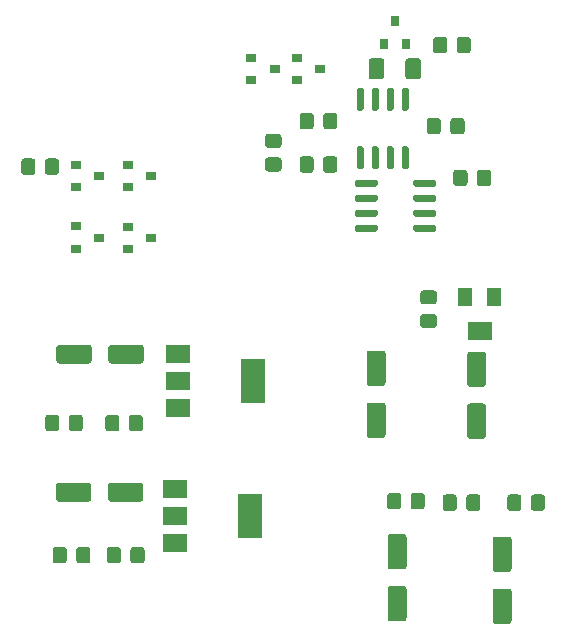
<source format=gbr>
%TF.GenerationSoftware,KiCad,Pcbnew,(5.1.8-0-10_14)*%
%TF.CreationDate,2022-02-24T11:51:05-06:00*%
%TF.ProjectId,SAQ_KiCad_alpha,5341515f-4b69-4436-9164-5f616c706861,rev?*%
%TF.SameCoordinates,Original*%
%TF.FileFunction,Paste,Top*%
%TF.FilePolarity,Positive*%
%FSLAX46Y46*%
G04 Gerber Fmt 4.6, Leading zero omitted, Abs format (unit mm)*
G04 Created by KiCad (PCBNEW (5.1.8-0-10_14)) date 2022-02-24 11:51:05*
%MOMM*%
%LPD*%
G01*
G04 APERTURE LIST*
%ADD10R,2.000000X1.500000*%
%ADD11R,2.000000X3.800000*%
%ADD12R,1.300000X1.600000*%
%ADD13R,2.000000X1.600000*%
%ADD14R,0.800000X0.900000*%
%ADD15R,0.900000X0.800000*%
G04 APERTURE END LIST*
%TO.C,U4*%
G36*
G01*
X143726000Y-33949500D02*
X143726000Y-34249500D01*
G75*
G02*
X143576000Y-34399500I-150000J0D01*
G01*
X141926000Y-34399500D01*
G75*
G02*
X141776000Y-34249500I0J150000D01*
G01*
X141776000Y-33949500D01*
G75*
G02*
X141926000Y-33799500I150000J0D01*
G01*
X143576000Y-33799500D01*
G75*
G02*
X143726000Y-33949500I0J-150000D01*
G01*
G37*
G36*
G01*
X143726000Y-32679500D02*
X143726000Y-32979500D01*
G75*
G02*
X143576000Y-33129500I-150000J0D01*
G01*
X141926000Y-33129500D01*
G75*
G02*
X141776000Y-32979500I0J150000D01*
G01*
X141776000Y-32679500D01*
G75*
G02*
X141926000Y-32529500I150000J0D01*
G01*
X143576000Y-32529500D01*
G75*
G02*
X143726000Y-32679500I0J-150000D01*
G01*
G37*
G36*
G01*
X143726000Y-31409500D02*
X143726000Y-31709500D01*
G75*
G02*
X143576000Y-31859500I-150000J0D01*
G01*
X141926000Y-31859500D01*
G75*
G02*
X141776000Y-31709500I0J150000D01*
G01*
X141776000Y-31409500D01*
G75*
G02*
X141926000Y-31259500I150000J0D01*
G01*
X143576000Y-31259500D01*
G75*
G02*
X143726000Y-31409500I0J-150000D01*
G01*
G37*
G36*
G01*
X143726000Y-30139500D02*
X143726000Y-30439500D01*
G75*
G02*
X143576000Y-30589500I-150000J0D01*
G01*
X141926000Y-30589500D01*
G75*
G02*
X141776000Y-30439500I0J150000D01*
G01*
X141776000Y-30139500D01*
G75*
G02*
X141926000Y-29989500I150000J0D01*
G01*
X143576000Y-29989500D01*
G75*
G02*
X143726000Y-30139500I0J-150000D01*
G01*
G37*
G36*
G01*
X148676000Y-30139500D02*
X148676000Y-30439500D01*
G75*
G02*
X148526000Y-30589500I-150000J0D01*
G01*
X146876000Y-30589500D01*
G75*
G02*
X146726000Y-30439500I0J150000D01*
G01*
X146726000Y-30139500D01*
G75*
G02*
X146876000Y-29989500I150000J0D01*
G01*
X148526000Y-29989500D01*
G75*
G02*
X148676000Y-30139500I0J-150000D01*
G01*
G37*
G36*
G01*
X148676000Y-31409500D02*
X148676000Y-31709500D01*
G75*
G02*
X148526000Y-31859500I-150000J0D01*
G01*
X146876000Y-31859500D01*
G75*
G02*
X146726000Y-31709500I0J150000D01*
G01*
X146726000Y-31409500D01*
G75*
G02*
X146876000Y-31259500I150000J0D01*
G01*
X148526000Y-31259500D01*
G75*
G02*
X148676000Y-31409500I0J-150000D01*
G01*
G37*
G36*
G01*
X148676000Y-32679500D02*
X148676000Y-32979500D01*
G75*
G02*
X148526000Y-33129500I-150000J0D01*
G01*
X146876000Y-33129500D01*
G75*
G02*
X146726000Y-32979500I0J150000D01*
G01*
X146726000Y-32679500D01*
G75*
G02*
X146876000Y-32529500I150000J0D01*
G01*
X148526000Y-32529500D01*
G75*
G02*
X148676000Y-32679500I0J-150000D01*
G01*
G37*
G36*
G01*
X148676000Y-33949500D02*
X148676000Y-34249500D01*
G75*
G02*
X148526000Y-34399500I-150000J0D01*
G01*
X146876000Y-34399500D01*
G75*
G02*
X146726000Y-34249500I0J150000D01*
G01*
X146726000Y-33949500D01*
G75*
G02*
X146876000Y-33799500I150000J0D01*
G01*
X148526000Y-33799500D01*
G75*
G02*
X148676000Y-33949500I0J-150000D01*
G01*
G37*
%TD*%
%TO.C,U3*%
G36*
G01*
X142390000Y-24155500D02*
X142090000Y-24155500D01*
G75*
G02*
X141940000Y-24005500I0J150000D01*
G01*
X141940000Y-22355500D01*
G75*
G02*
X142090000Y-22205500I150000J0D01*
G01*
X142390000Y-22205500D01*
G75*
G02*
X142540000Y-22355500I0J-150000D01*
G01*
X142540000Y-24005500D01*
G75*
G02*
X142390000Y-24155500I-150000J0D01*
G01*
G37*
G36*
G01*
X143660000Y-24155500D02*
X143360000Y-24155500D01*
G75*
G02*
X143210000Y-24005500I0J150000D01*
G01*
X143210000Y-22355500D01*
G75*
G02*
X143360000Y-22205500I150000J0D01*
G01*
X143660000Y-22205500D01*
G75*
G02*
X143810000Y-22355500I0J-150000D01*
G01*
X143810000Y-24005500D01*
G75*
G02*
X143660000Y-24155500I-150000J0D01*
G01*
G37*
G36*
G01*
X144930000Y-24155500D02*
X144630000Y-24155500D01*
G75*
G02*
X144480000Y-24005500I0J150000D01*
G01*
X144480000Y-22355500D01*
G75*
G02*
X144630000Y-22205500I150000J0D01*
G01*
X144930000Y-22205500D01*
G75*
G02*
X145080000Y-22355500I0J-150000D01*
G01*
X145080000Y-24005500D01*
G75*
G02*
X144930000Y-24155500I-150000J0D01*
G01*
G37*
G36*
G01*
X146200000Y-24155500D02*
X145900000Y-24155500D01*
G75*
G02*
X145750000Y-24005500I0J150000D01*
G01*
X145750000Y-22355500D01*
G75*
G02*
X145900000Y-22205500I150000J0D01*
G01*
X146200000Y-22205500D01*
G75*
G02*
X146350000Y-22355500I0J-150000D01*
G01*
X146350000Y-24005500D01*
G75*
G02*
X146200000Y-24155500I-150000J0D01*
G01*
G37*
G36*
G01*
X146200000Y-29105500D02*
X145900000Y-29105500D01*
G75*
G02*
X145750000Y-28955500I0J150000D01*
G01*
X145750000Y-27305500D01*
G75*
G02*
X145900000Y-27155500I150000J0D01*
G01*
X146200000Y-27155500D01*
G75*
G02*
X146350000Y-27305500I0J-150000D01*
G01*
X146350000Y-28955500D01*
G75*
G02*
X146200000Y-29105500I-150000J0D01*
G01*
G37*
G36*
G01*
X144930000Y-29105500D02*
X144630000Y-29105500D01*
G75*
G02*
X144480000Y-28955500I0J150000D01*
G01*
X144480000Y-27305500D01*
G75*
G02*
X144630000Y-27155500I150000J0D01*
G01*
X144930000Y-27155500D01*
G75*
G02*
X145080000Y-27305500I0J-150000D01*
G01*
X145080000Y-28955500D01*
G75*
G02*
X144930000Y-29105500I-150000J0D01*
G01*
G37*
G36*
G01*
X143660000Y-29105500D02*
X143360000Y-29105500D01*
G75*
G02*
X143210000Y-28955500I0J150000D01*
G01*
X143210000Y-27305500D01*
G75*
G02*
X143360000Y-27155500I150000J0D01*
G01*
X143660000Y-27155500D01*
G75*
G02*
X143810000Y-27305500I0J-150000D01*
G01*
X143810000Y-28955500D01*
G75*
G02*
X143660000Y-29105500I-150000J0D01*
G01*
G37*
G36*
G01*
X142390000Y-29105500D02*
X142090000Y-29105500D01*
G75*
G02*
X141940000Y-28955500I0J150000D01*
G01*
X141940000Y-27305500D01*
G75*
G02*
X142090000Y-27155500I150000J0D01*
G01*
X142390000Y-27155500D01*
G75*
G02*
X142540000Y-27305500I0J-150000D01*
G01*
X142540000Y-28955500D01*
G75*
G02*
X142390000Y-29105500I-150000J0D01*
G01*
G37*
%TD*%
D10*
%TO.C,U2*%
X126580500Y-56183500D03*
X126580500Y-60783500D03*
X126580500Y-58483500D03*
D11*
X132880500Y-58483500D03*
%TD*%
D10*
%TO.C,U1*%
X126841720Y-44761120D03*
X126841720Y-49361120D03*
X126841720Y-47061120D03*
D11*
X133141720Y-47061120D03*
%TD*%
D12*
%TO.C,RV1*%
X151086500Y-39888500D03*
D13*
X152336500Y-42788500D03*
D12*
X153586500Y-39888500D03*
%TD*%
%TO.C,R16*%
G36*
G01*
X151317500Y-29394999D02*
X151317500Y-30295001D01*
G75*
G02*
X151067501Y-30545000I-249999J0D01*
G01*
X150367499Y-30545000D01*
G75*
G02*
X150117500Y-30295001I0J249999D01*
G01*
X150117500Y-29394999D01*
G75*
G02*
X150367499Y-29145000I249999J0D01*
G01*
X151067501Y-29145000D01*
G75*
G02*
X151317500Y-29394999I0J-249999D01*
G01*
G37*
G36*
G01*
X153317500Y-29394999D02*
X153317500Y-30295001D01*
G75*
G02*
X153067501Y-30545000I-249999J0D01*
G01*
X152367499Y-30545000D01*
G75*
G02*
X152117500Y-30295001I0J249999D01*
G01*
X152117500Y-29394999D01*
G75*
G02*
X152367499Y-29145000I249999J0D01*
G01*
X153067501Y-29145000D01*
G75*
G02*
X153317500Y-29394999I0J-249999D01*
G01*
G37*
%TD*%
%TO.C,R14*%
G36*
G01*
X149603000Y-18155499D02*
X149603000Y-19055501D01*
G75*
G02*
X149353001Y-19305500I-249999J0D01*
G01*
X148652999Y-19305500D01*
G75*
G02*
X148403000Y-19055501I0J249999D01*
G01*
X148403000Y-18155499D01*
G75*
G02*
X148652999Y-17905500I249999J0D01*
G01*
X149353001Y-17905500D01*
G75*
G02*
X149603000Y-18155499I0J-249999D01*
G01*
G37*
G36*
G01*
X151603000Y-18155499D02*
X151603000Y-19055501D01*
G75*
G02*
X151353001Y-19305500I-249999J0D01*
G01*
X150652999Y-19305500D01*
G75*
G02*
X150403000Y-19055501I0J249999D01*
G01*
X150403000Y-18155499D01*
G75*
G02*
X150652999Y-17905500I249999J0D01*
G01*
X151353001Y-17905500D01*
G75*
G02*
X151603000Y-18155499I0J-249999D01*
G01*
G37*
%TD*%
%TO.C,R13*%
G36*
G01*
X149863000Y-25913501D02*
X149863000Y-25013499D01*
G75*
G02*
X150112999Y-24763500I249999J0D01*
G01*
X150813001Y-24763500D01*
G75*
G02*
X151063000Y-25013499I0J-249999D01*
G01*
X151063000Y-25913501D01*
G75*
G02*
X150813001Y-26163500I-249999J0D01*
G01*
X150112999Y-26163500D01*
G75*
G02*
X149863000Y-25913501I0J249999D01*
G01*
G37*
G36*
G01*
X147863000Y-25913501D02*
X147863000Y-25013499D01*
G75*
G02*
X148112999Y-24763500I249999J0D01*
G01*
X148813001Y-24763500D01*
G75*
G02*
X149063000Y-25013499I0J-249999D01*
G01*
X149063000Y-25913501D01*
G75*
G02*
X148813001Y-26163500I-249999J0D01*
G01*
X148112999Y-26163500D01*
G75*
G02*
X147863000Y-25913501I0J249999D01*
G01*
G37*
%TD*%
%TO.C,R12*%
G36*
G01*
X139093400Y-29162161D02*
X139093400Y-28262159D01*
G75*
G02*
X139343399Y-28012160I249999J0D01*
G01*
X140043401Y-28012160D01*
G75*
G02*
X140293400Y-28262159I0J-249999D01*
G01*
X140293400Y-29162161D01*
G75*
G02*
X140043401Y-29412160I-249999J0D01*
G01*
X139343399Y-29412160D01*
G75*
G02*
X139093400Y-29162161I0J249999D01*
G01*
G37*
G36*
G01*
X137093400Y-29162161D02*
X137093400Y-28262159D01*
G75*
G02*
X137343399Y-28012160I249999J0D01*
G01*
X138043401Y-28012160D01*
G75*
G02*
X138293400Y-28262159I0J-249999D01*
G01*
X138293400Y-29162161D01*
G75*
G02*
X138043401Y-29412160I-249999J0D01*
G01*
X137343399Y-29412160D01*
G75*
G02*
X137093400Y-29162161I0J249999D01*
G01*
G37*
%TD*%
%TO.C,R11*%
G36*
G01*
X139093400Y-25484241D02*
X139093400Y-24584239D01*
G75*
G02*
X139343399Y-24334240I249999J0D01*
G01*
X140043401Y-24334240D01*
G75*
G02*
X140293400Y-24584239I0J-249999D01*
G01*
X140293400Y-25484241D01*
G75*
G02*
X140043401Y-25734240I-249999J0D01*
G01*
X139343399Y-25734240D01*
G75*
G02*
X139093400Y-25484241I0J249999D01*
G01*
G37*
G36*
G01*
X137093400Y-25484241D02*
X137093400Y-24584239D01*
G75*
G02*
X137343399Y-24334240I249999J0D01*
G01*
X138043401Y-24334240D01*
G75*
G02*
X138293400Y-24584239I0J-249999D01*
G01*
X138293400Y-25484241D01*
G75*
G02*
X138043401Y-25734240I-249999J0D01*
G01*
X137343399Y-25734240D01*
G75*
G02*
X137093400Y-25484241I0J249999D01*
G01*
G37*
%TD*%
%TO.C,R10*%
G36*
G01*
X135324001Y-27302000D02*
X134423999Y-27302000D01*
G75*
G02*
X134174000Y-27052001I0J249999D01*
G01*
X134174000Y-26351999D01*
G75*
G02*
X134423999Y-26102000I249999J0D01*
G01*
X135324001Y-26102000D01*
G75*
G02*
X135574000Y-26351999I0J-249999D01*
G01*
X135574000Y-27052001D01*
G75*
G02*
X135324001Y-27302000I-249999J0D01*
G01*
G37*
G36*
G01*
X135324001Y-29302000D02*
X134423999Y-29302000D01*
G75*
G02*
X134174000Y-29052001I0J249999D01*
G01*
X134174000Y-28351999D01*
G75*
G02*
X134423999Y-28102000I249999J0D01*
G01*
X135324001Y-28102000D01*
G75*
G02*
X135574000Y-28351999I0J-249999D01*
G01*
X135574000Y-29052001D01*
G75*
G02*
X135324001Y-29302000I-249999J0D01*
G01*
G37*
%TD*%
%TO.C,R9*%
G36*
G01*
X155873500Y-56890499D02*
X155873500Y-57790501D01*
G75*
G02*
X155623501Y-58040500I-249999J0D01*
G01*
X154923499Y-58040500D01*
G75*
G02*
X154673500Y-57790501I0J249999D01*
G01*
X154673500Y-56890499D01*
G75*
G02*
X154923499Y-56640500I249999J0D01*
G01*
X155623501Y-56640500D01*
G75*
G02*
X155873500Y-56890499I0J-249999D01*
G01*
G37*
G36*
G01*
X157873500Y-56890499D02*
X157873500Y-57790501D01*
G75*
G02*
X157623501Y-58040500I-249999J0D01*
G01*
X156923499Y-58040500D01*
G75*
G02*
X156673500Y-57790501I0J249999D01*
G01*
X156673500Y-56890499D01*
G75*
G02*
X156923499Y-56640500I249999J0D01*
G01*
X157623501Y-56640500D01*
G75*
G02*
X157873500Y-56890499I0J-249999D01*
G01*
G37*
%TD*%
%TO.C,R8*%
G36*
G01*
X150412500Y-56890499D02*
X150412500Y-57790501D01*
G75*
G02*
X150162501Y-58040500I-249999J0D01*
G01*
X149462499Y-58040500D01*
G75*
G02*
X149212500Y-57790501I0J249999D01*
G01*
X149212500Y-56890499D01*
G75*
G02*
X149462499Y-56640500I249999J0D01*
G01*
X150162501Y-56640500D01*
G75*
G02*
X150412500Y-56890499I0J-249999D01*
G01*
G37*
G36*
G01*
X152412500Y-56890499D02*
X152412500Y-57790501D01*
G75*
G02*
X152162501Y-58040500I-249999J0D01*
G01*
X151462499Y-58040500D01*
G75*
G02*
X151212500Y-57790501I0J249999D01*
G01*
X151212500Y-56890499D01*
G75*
G02*
X151462499Y-56640500I249999J0D01*
G01*
X152162501Y-56640500D01*
G75*
G02*
X152412500Y-56890499I0J-249999D01*
G01*
G37*
%TD*%
%TO.C,R7*%
G36*
G01*
X147568499Y-41357500D02*
X148468501Y-41357500D01*
G75*
G02*
X148718500Y-41607499I0J-249999D01*
G01*
X148718500Y-42307501D01*
G75*
G02*
X148468501Y-42557500I-249999J0D01*
G01*
X147568499Y-42557500D01*
G75*
G02*
X147318500Y-42307501I0J249999D01*
G01*
X147318500Y-41607499D01*
G75*
G02*
X147568499Y-41357500I249999J0D01*
G01*
G37*
G36*
G01*
X147568499Y-39357500D02*
X148468501Y-39357500D01*
G75*
G02*
X148718500Y-39607499I0J-249999D01*
G01*
X148718500Y-40307501D01*
G75*
G02*
X148468501Y-40557500I-249999J0D01*
G01*
X147568499Y-40557500D01*
G75*
G02*
X147318500Y-40307501I0J249999D01*
G01*
X147318500Y-39607499D01*
G75*
G02*
X147568499Y-39357500I249999J0D01*
G01*
G37*
%TD*%
%TO.C,R6*%
G36*
G01*
X145697500Y-56763499D02*
X145697500Y-57663501D01*
G75*
G02*
X145447501Y-57913500I-249999J0D01*
G01*
X144747499Y-57913500D01*
G75*
G02*
X144497500Y-57663501I0J249999D01*
G01*
X144497500Y-56763499D01*
G75*
G02*
X144747499Y-56513500I249999J0D01*
G01*
X145447501Y-56513500D01*
G75*
G02*
X145697500Y-56763499I0J-249999D01*
G01*
G37*
G36*
G01*
X147697500Y-56763499D02*
X147697500Y-57663501D01*
G75*
G02*
X147447501Y-57913500I-249999J0D01*
G01*
X146747499Y-57913500D01*
G75*
G02*
X146497500Y-57663501I0J249999D01*
G01*
X146497500Y-56763499D01*
G75*
G02*
X146747499Y-56513500I249999J0D01*
G01*
X147447501Y-56513500D01*
G75*
G02*
X147697500Y-56763499I0J-249999D01*
G01*
G37*
%TD*%
%TO.C,R5*%
G36*
G01*
X122780500Y-62235501D02*
X122780500Y-61335499D01*
G75*
G02*
X123030499Y-61085500I249999J0D01*
G01*
X123730501Y-61085500D01*
G75*
G02*
X123980500Y-61335499I0J-249999D01*
G01*
X123980500Y-62235501D01*
G75*
G02*
X123730501Y-62485500I-249999J0D01*
G01*
X123030499Y-62485500D01*
G75*
G02*
X122780500Y-62235501I0J249999D01*
G01*
G37*
G36*
G01*
X120780500Y-62235501D02*
X120780500Y-61335499D01*
G75*
G02*
X121030499Y-61085500I249999J0D01*
G01*
X121730501Y-61085500D01*
G75*
G02*
X121980500Y-61335499I0J-249999D01*
G01*
X121980500Y-62235501D01*
G75*
G02*
X121730501Y-62485500I-249999J0D01*
G01*
X121030499Y-62485500D01*
G75*
G02*
X120780500Y-62235501I0J249999D01*
G01*
G37*
%TD*%
%TO.C,R4*%
G36*
G01*
X121837500Y-50159499D02*
X121837500Y-51059501D01*
G75*
G02*
X121587501Y-51309500I-249999J0D01*
G01*
X120887499Y-51309500D01*
G75*
G02*
X120637500Y-51059501I0J249999D01*
G01*
X120637500Y-50159499D01*
G75*
G02*
X120887499Y-49909500I249999J0D01*
G01*
X121587501Y-49909500D01*
G75*
G02*
X121837500Y-50159499I0J-249999D01*
G01*
G37*
G36*
G01*
X123837500Y-50159499D02*
X123837500Y-51059501D01*
G75*
G02*
X123587501Y-51309500I-249999J0D01*
G01*
X122887499Y-51309500D01*
G75*
G02*
X122637500Y-51059501I0J249999D01*
G01*
X122637500Y-50159499D01*
G75*
G02*
X122887499Y-49909500I249999J0D01*
G01*
X123587501Y-49909500D01*
G75*
G02*
X123837500Y-50159499I0J-249999D01*
G01*
G37*
%TD*%
%TO.C,R3*%
G36*
G01*
X118192500Y-62235501D02*
X118192500Y-61335499D01*
G75*
G02*
X118442499Y-61085500I249999J0D01*
G01*
X119142501Y-61085500D01*
G75*
G02*
X119392500Y-61335499I0J-249999D01*
G01*
X119392500Y-62235501D01*
G75*
G02*
X119142501Y-62485500I-249999J0D01*
G01*
X118442499Y-62485500D01*
G75*
G02*
X118192500Y-62235501I0J249999D01*
G01*
G37*
G36*
G01*
X116192500Y-62235501D02*
X116192500Y-61335499D01*
G75*
G02*
X116442499Y-61085500I249999J0D01*
G01*
X117142501Y-61085500D01*
G75*
G02*
X117392500Y-61335499I0J-249999D01*
G01*
X117392500Y-62235501D01*
G75*
G02*
X117142501Y-62485500I-249999J0D01*
G01*
X116442499Y-62485500D01*
G75*
G02*
X116192500Y-62235501I0J249999D01*
G01*
G37*
%TD*%
%TO.C,R2*%
G36*
G01*
X116757500Y-50143499D02*
X116757500Y-51043501D01*
G75*
G02*
X116507501Y-51293500I-249999J0D01*
G01*
X115807499Y-51293500D01*
G75*
G02*
X115557500Y-51043501I0J249999D01*
G01*
X115557500Y-50143499D01*
G75*
G02*
X115807499Y-49893500I249999J0D01*
G01*
X116507501Y-49893500D01*
G75*
G02*
X116757500Y-50143499I0J-249999D01*
G01*
G37*
G36*
G01*
X118757500Y-50143499D02*
X118757500Y-51043501D01*
G75*
G02*
X118507501Y-51293500I-249999J0D01*
G01*
X117807499Y-51293500D01*
G75*
G02*
X117557500Y-51043501I0J249999D01*
G01*
X117557500Y-50143499D01*
G75*
G02*
X117807499Y-49893500I249999J0D01*
G01*
X118507501Y-49893500D01*
G75*
G02*
X118757500Y-50143499I0J-249999D01*
G01*
G37*
%TD*%
%TO.C,R1*%
G36*
G01*
X114725500Y-28442499D02*
X114725500Y-29342501D01*
G75*
G02*
X114475501Y-29592500I-249999J0D01*
G01*
X113775499Y-29592500D01*
G75*
G02*
X113525500Y-29342501I0J249999D01*
G01*
X113525500Y-28442499D01*
G75*
G02*
X113775499Y-28192500I249999J0D01*
G01*
X114475501Y-28192500D01*
G75*
G02*
X114725500Y-28442499I0J-249999D01*
G01*
G37*
G36*
G01*
X116725500Y-28442499D02*
X116725500Y-29342501D01*
G75*
G02*
X116475501Y-29592500I-249999J0D01*
G01*
X115775499Y-29592500D01*
G75*
G02*
X115525500Y-29342501I0J249999D01*
G01*
X115525500Y-28442499D01*
G75*
G02*
X115775499Y-28192500I249999J0D01*
G01*
X116475501Y-28192500D01*
G75*
G02*
X116725500Y-28442499I0J-249999D01*
G01*
G37*
%TD*%
D14*
%TO.C,Q7*%
X145177000Y-16528500D03*
X146127000Y-18528500D03*
X144227000Y-18528500D03*
%TD*%
D15*
%TO.C,Q6*%
X134985000Y-20637500D03*
X132985000Y-21587500D03*
X132985000Y-19687500D03*
%TD*%
%TO.C,Q5*%
X138858500Y-20637500D03*
X136858500Y-21587500D03*
X136858500Y-19687500D03*
%TD*%
%TO.C,Q4*%
X124550680Y-34925000D03*
X122550680Y-35875000D03*
X122550680Y-33975000D03*
%TD*%
%TO.C,Q3*%
X124550680Y-29667200D03*
X122550680Y-30617200D03*
X122550680Y-28717200D03*
%TD*%
%TO.C,Q2*%
X120151400Y-34891980D03*
X118151400Y-35841980D03*
X118151400Y-33941980D03*
%TD*%
%TO.C,Q1*%
X120151400Y-29667200D03*
X118151400Y-30617200D03*
X118151400Y-28717200D03*
%TD*%
%TO.C,C7*%
G36*
G01*
X146061000Y-21249003D02*
X146061000Y-19948997D01*
G75*
G02*
X146310997Y-19699000I249997J0D01*
G01*
X147136003Y-19699000D01*
G75*
G02*
X147386000Y-19948997I0J-249997D01*
G01*
X147386000Y-21249003D01*
G75*
G02*
X147136003Y-21499000I-249997J0D01*
G01*
X146310997Y-21499000D01*
G75*
G02*
X146061000Y-21249003I0J249997D01*
G01*
G37*
G36*
G01*
X142936000Y-21249003D02*
X142936000Y-19948997D01*
G75*
G02*
X143185997Y-19699000I249997J0D01*
G01*
X144011003Y-19699000D01*
G75*
G02*
X144261000Y-19948997I0J-249997D01*
G01*
X144261000Y-21249003D01*
G75*
G02*
X144011003Y-21499000I-249997J0D01*
G01*
X143185997Y-21499000D01*
G75*
G02*
X142936000Y-21249003I0J249997D01*
G01*
G37*
%TD*%
%TO.C,C6*%
G36*
G01*
X154791500Y-63203500D02*
X153691500Y-63203500D01*
G75*
G02*
X153441500Y-62953500I0J250000D01*
G01*
X153441500Y-60453500D01*
G75*
G02*
X153691500Y-60203500I250000J0D01*
G01*
X154791500Y-60203500D01*
G75*
G02*
X155041500Y-60453500I0J-250000D01*
G01*
X155041500Y-62953500D01*
G75*
G02*
X154791500Y-63203500I-250000J0D01*
G01*
G37*
G36*
G01*
X154791500Y-67603500D02*
X153691500Y-67603500D01*
G75*
G02*
X153441500Y-67353500I0J250000D01*
G01*
X153441500Y-64853500D01*
G75*
G02*
X153691500Y-64603500I250000J0D01*
G01*
X154791500Y-64603500D01*
G75*
G02*
X155041500Y-64853500I0J-250000D01*
G01*
X155041500Y-67353500D01*
G75*
G02*
X154791500Y-67603500I-250000J0D01*
G01*
G37*
%TD*%
%TO.C,C5*%
G36*
G01*
X151532500Y-48937500D02*
X152632500Y-48937500D01*
G75*
G02*
X152882500Y-49187500I0J-250000D01*
G01*
X152882500Y-51687500D01*
G75*
G02*
X152632500Y-51937500I-250000J0D01*
G01*
X151532500Y-51937500D01*
G75*
G02*
X151282500Y-51687500I0J250000D01*
G01*
X151282500Y-49187500D01*
G75*
G02*
X151532500Y-48937500I250000J0D01*
G01*
G37*
G36*
G01*
X151532500Y-44537500D02*
X152632500Y-44537500D01*
G75*
G02*
X152882500Y-44787500I0J-250000D01*
G01*
X152882500Y-47287500D01*
G75*
G02*
X152632500Y-47537500I-250000J0D01*
G01*
X151532500Y-47537500D01*
G75*
G02*
X151282500Y-47287500I0J250000D01*
G01*
X151282500Y-44787500D01*
G75*
G02*
X151532500Y-44537500I250000J0D01*
G01*
G37*
%TD*%
%TO.C,C4*%
G36*
G01*
X145901500Y-62990500D02*
X144801500Y-62990500D01*
G75*
G02*
X144551500Y-62740500I0J250000D01*
G01*
X144551500Y-60240500D01*
G75*
G02*
X144801500Y-59990500I250000J0D01*
G01*
X145901500Y-59990500D01*
G75*
G02*
X146151500Y-60240500I0J-250000D01*
G01*
X146151500Y-62740500D01*
G75*
G02*
X145901500Y-62990500I-250000J0D01*
G01*
G37*
G36*
G01*
X145901500Y-67390500D02*
X144801500Y-67390500D01*
G75*
G02*
X144551500Y-67140500I0J250000D01*
G01*
X144551500Y-64640500D01*
G75*
G02*
X144801500Y-64390500I250000J0D01*
G01*
X145901500Y-64390500D01*
G75*
G02*
X146151500Y-64640500I0J-250000D01*
G01*
X146151500Y-67140500D01*
G75*
G02*
X145901500Y-67390500I-250000J0D01*
G01*
G37*
%TD*%
%TO.C,C3*%
G36*
G01*
X143023500Y-48855500D02*
X144123500Y-48855500D01*
G75*
G02*
X144373500Y-49105500I0J-250000D01*
G01*
X144373500Y-51605500D01*
G75*
G02*
X144123500Y-51855500I-250000J0D01*
G01*
X143023500Y-51855500D01*
G75*
G02*
X142773500Y-51605500I0J250000D01*
G01*
X142773500Y-49105500D01*
G75*
G02*
X143023500Y-48855500I250000J0D01*
G01*
G37*
G36*
G01*
X143023500Y-44455500D02*
X144123500Y-44455500D01*
G75*
G02*
X144373500Y-44705500I0J-250000D01*
G01*
X144373500Y-47205500D01*
G75*
G02*
X144123500Y-47455500I-250000J0D01*
G01*
X143023500Y-47455500D01*
G75*
G02*
X142773500Y-47205500I0J250000D01*
G01*
X142773500Y-44705500D01*
G75*
G02*
X143023500Y-44455500I250000J0D01*
G01*
G37*
%TD*%
%TO.C,C2*%
G36*
G01*
X120864500Y-57001500D02*
X120864500Y-55901500D01*
G75*
G02*
X121114500Y-55651500I250000J0D01*
G01*
X123614500Y-55651500D01*
G75*
G02*
X123864500Y-55901500I0J-250000D01*
G01*
X123864500Y-57001500D01*
G75*
G02*
X123614500Y-57251500I-250000J0D01*
G01*
X121114500Y-57251500D01*
G75*
G02*
X120864500Y-57001500I0J250000D01*
G01*
G37*
G36*
G01*
X116464500Y-57001500D02*
X116464500Y-55901500D01*
G75*
G02*
X116714500Y-55651500I250000J0D01*
G01*
X119214500Y-55651500D01*
G75*
G02*
X119464500Y-55901500I0J-250000D01*
G01*
X119464500Y-57001500D01*
G75*
G02*
X119214500Y-57251500I-250000J0D01*
G01*
X116714500Y-57251500D01*
G75*
G02*
X116464500Y-57001500I0J250000D01*
G01*
G37*
%TD*%
%TO.C,C1*%
G36*
G01*
X119505500Y-44217500D02*
X119505500Y-45317500D01*
G75*
G02*
X119255500Y-45567500I-250000J0D01*
G01*
X116755500Y-45567500D01*
G75*
G02*
X116505500Y-45317500I0J250000D01*
G01*
X116505500Y-44217500D01*
G75*
G02*
X116755500Y-43967500I250000J0D01*
G01*
X119255500Y-43967500D01*
G75*
G02*
X119505500Y-44217500I0J-250000D01*
G01*
G37*
G36*
G01*
X123905500Y-44217500D02*
X123905500Y-45317500D01*
G75*
G02*
X123655500Y-45567500I-250000J0D01*
G01*
X121155500Y-45567500D01*
G75*
G02*
X120905500Y-45317500I0J250000D01*
G01*
X120905500Y-44217500D01*
G75*
G02*
X121155500Y-43967500I250000J0D01*
G01*
X123655500Y-43967500D01*
G75*
G02*
X123905500Y-44217500I0J-250000D01*
G01*
G37*
%TD*%
M02*

</source>
